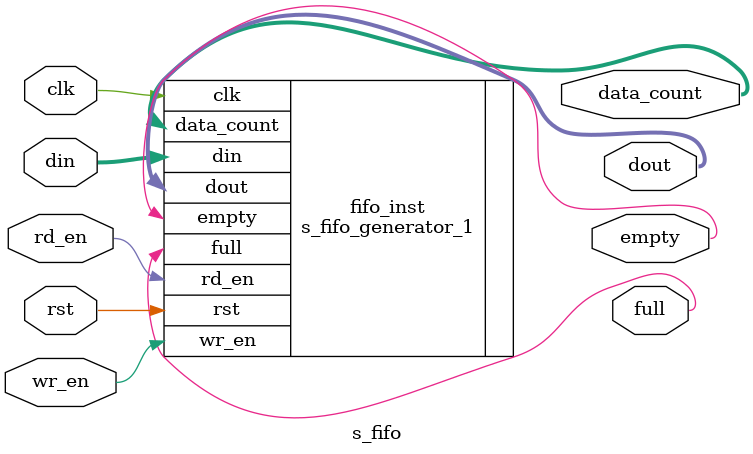
<source format=v>
module s_fifo (
    input wire clk,
    input wire rst,
    input wire [7:0] din,
    input wire wr_en,
    input wire rd_en,
    output wire [7:0] dout,
    output wire [6:0] data_count,
    output wire full,
    output wire empty
);

// Instantiating the VHDL FIFO inside Verilog
s_fifo_generator_1 fifo_inst (
    .clk(clk),       // Clock
    .rst(rst),       // Reset
    .din(din),       // Data Input (8-bit)
    .wr_en(wr_en),   // Write Enable
    .rd_en(rd_en),   // Read Enable
    .dout(dout),     // Data Output (8-bit)
    .data_count(data_count),     // Full flag
    .full(full),     // Full flag
    .empty(empty)    // Empty flag
);

endmodule

</source>
